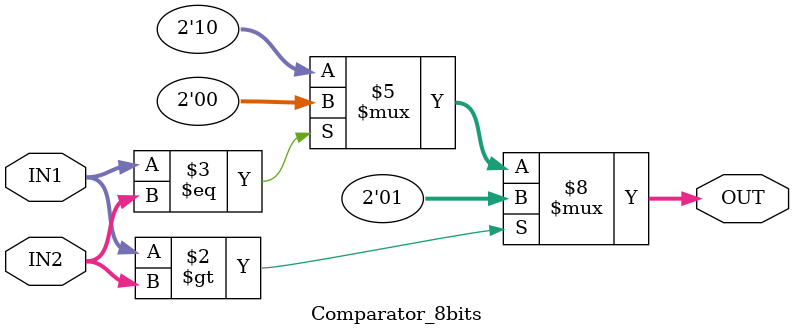
<source format=v>
`timescale 1ns / 1ps


module Comparator_8bits(
    output reg [1:0] OUT,
    input wire [7:0] IN1,
    input wire [7:0] IN2
);

always @(*) begin
    if(IN1 > IN2)       OUT <= 3'd1;
    else if(IN1==IN2)   OUT <= 3'd0;
    else                OUT <= 3'd2;
end    

endmodule

</source>
